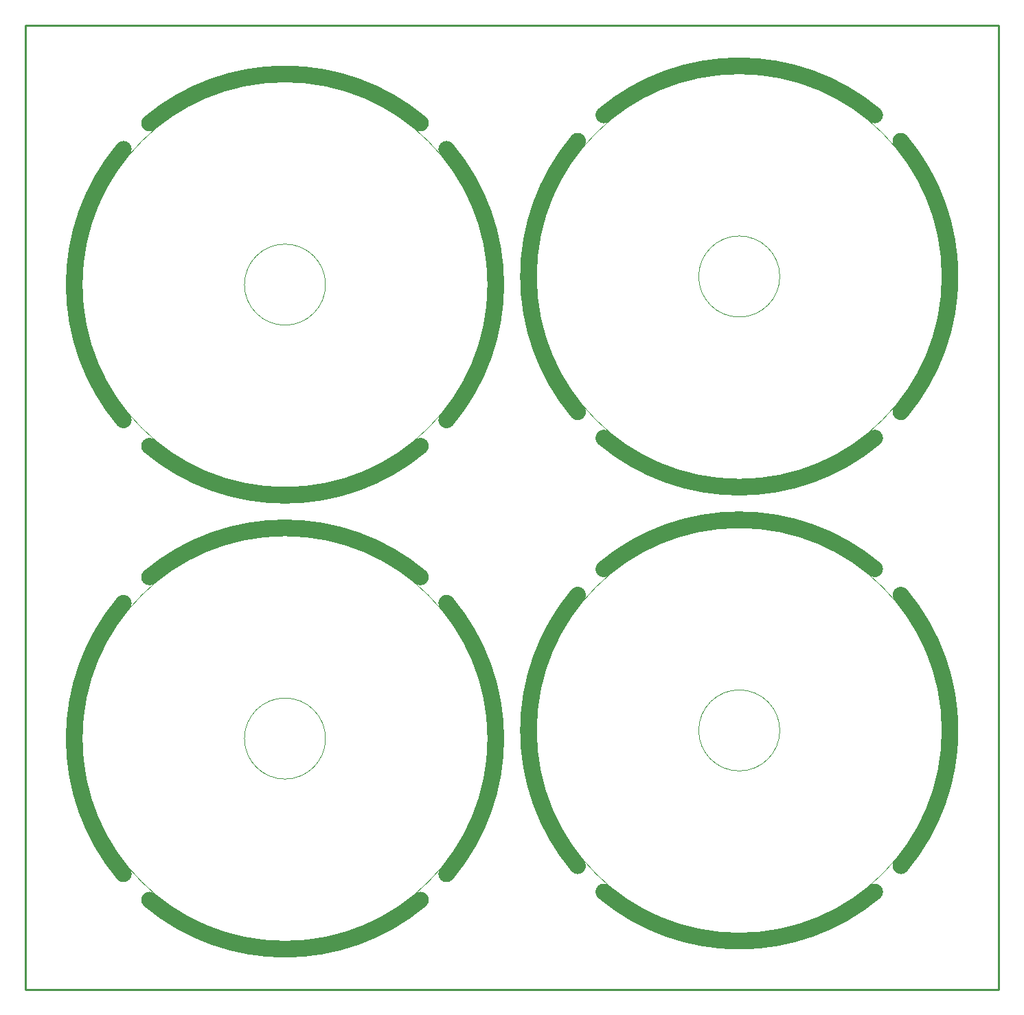
<source format=gbr>
G04*
G04 #@! TF.GenerationSoftware,Altium Limited,Altium Designer,22.4.2 (48)*
G04*
G04 Layer_Color=16711935*
%FSLAX25Y25*%
%MOIN*%
G70*
G04*
G04 #@! TF.SameCoordinates,07826E36-B380-4A6F-B001-D1C9A550E451*
G04*
G04*
G04 #@! TF.FilePolarity,Positive*
G04*
G01*
G75*
%ADD17C,0.00394*%
%ADD19C,0.01000*%
%ADD27C,0.07874*%
D17*
X220472Y322835D02*
G03*
X220472Y322835I0J-98425D01*
G01*
Y244094D02*
G03*
X220472Y244094I0J-19685D01*
G01*
Y102362D02*
G03*
X220472Y102362I0J-98425D01*
G01*
Y23622D02*
G03*
X220472Y23622I0J-19685D01*
G01*
X0Y98425D02*
G03*
X0Y98425I0J-98425D01*
G01*
Y19685D02*
G03*
X0Y19685I0J-19685D01*
G01*
Y318898D02*
G03*
X0Y318898I0J-98425D01*
G01*
Y240158D02*
G03*
X0Y240158I0J-19685D01*
G01*
D19*
X-125984Y-122047D02*
Y346457D01*
Y-122047D02*
X346457D01*
Y346457D01*
X-125984D02*
X346457D01*
D27*
X298886Y158612D02*
G03*
X298886Y290207I-78414J65797D01*
G01*
X154675Y145995D02*
G03*
X286270Y145995I65797J78414D01*
G01*
X142058Y290207D02*
G03*
X142058Y158612I78414J-65797D01*
G01*
X286270Y302823D02*
G03*
X154675Y302823I-65797J-78414D01*
G01*
X298886Y-61860D02*
G03*
X298886Y69734I-78414J65797D01*
G01*
X154675Y-74477D02*
G03*
X286270Y-74477I65797J78414D01*
G01*
X142058Y69734D02*
G03*
X142058Y-61860I78414J-65797D01*
G01*
X286270Y82351D02*
G03*
X154675Y82351I-65797J-78414D01*
G01*
X65797Y78414D02*
G03*
X-65797Y78414I-65797J-78414D01*
G01*
X-78414Y65797D02*
G03*
X-78414Y-65797I78414J-65797D01*
G01*
X-65797Y-78414D02*
G03*
X65797Y-78414I65797J78414D01*
G01*
X78414Y-65797D02*
G03*
X78414Y65797I-78414J65797D01*
G01*
X65797Y298886D02*
G03*
X-65797Y298886I-65797J-78414D01*
G01*
X-78414Y286270D02*
G03*
X-78414Y154675I78414J-65797D01*
G01*
X-65797Y142058D02*
G03*
X65797Y142058I65797J78414D01*
G01*
X78414Y154675D02*
G03*
X78414Y286270I-78414J65797D01*
G01*
M02*

</source>
